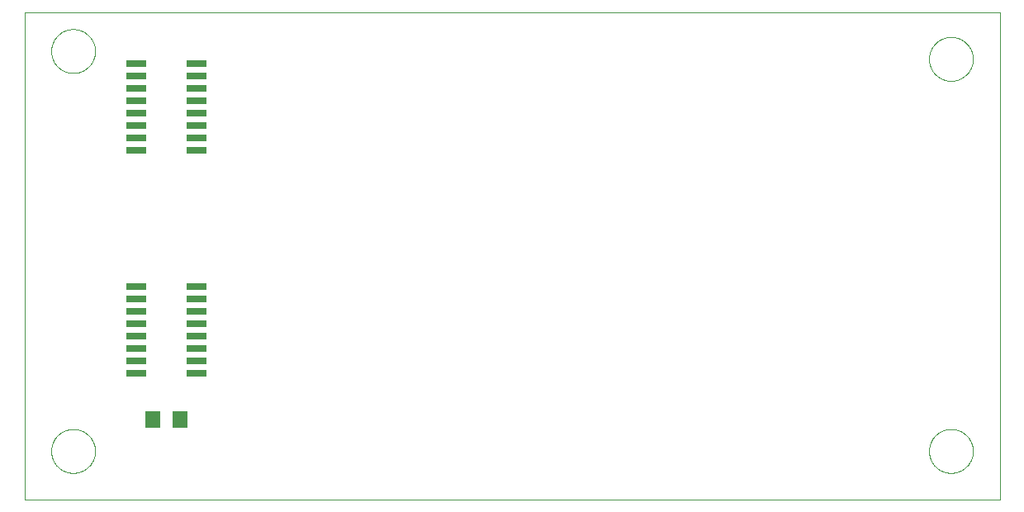
<source format=gbp>
G75*
%MOIN*%
%OFA0B0*%
%FSLAX25Y25*%
%IPPOS*%
%LPD*%
%AMOC8*
5,1,8,0,0,1.08239X$1,22.5*
%
%ADD10C,0.00000*%
%ADD11R,0.06299X0.07087*%
%ADD12R,0.08000X0.02600*%
D10*
X0001000Y0001000D02*
X0001000Y0197850D01*
X0394701Y0197850D01*
X0394701Y0001000D01*
X0001000Y0001000D01*
X0011827Y0020685D02*
X0011830Y0020902D01*
X0011838Y0021120D01*
X0011851Y0021337D01*
X0011870Y0021553D01*
X0011894Y0021769D01*
X0011923Y0021985D01*
X0011957Y0022199D01*
X0011997Y0022413D01*
X0012042Y0022626D01*
X0012092Y0022837D01*
X0012148Y0023048D01*
X0012208Y0023256D01*
X0012274Y0023464D01*
X0012345Y0023669D01*
X0012421Y0023873D01*
X0012501Y0024075D01*
X0012587Y0024275D01*
X0012677Y0024472D01*
X0012773Y0024668D01*
X0012873Y0024861D01*
X0012978Y0025051D01*
X0013087Y0025239D01*
X0013201Y0025424D01*
X0013320Y0025606D01*
X0013443Y0025786D01*
X0013570Y0025962D01*
X0013702Y0026135D01*
X0013838Y0026304D01*
X0013978Y0026471D01*
X0014122Y0026634D01*
X0014270Y0026793D01*
X0014421Y0026949D01*
X0014577Y0027100D01*
X0014736Y0027248D01*
X0014899Y0027392D01*
X0015066Y0027532D01*
X0015235Y0027668D01*
X0015408Y0027800D01*
X0015584Y0027927D01*
X0015764Y0028050D01*
X0015946Y0028169D01*
X0016131Y0028283D01*
X0016319Y0028392D01*
X0016509Y0028497D01*
X0016702Y0028597D01*
X0016898Y0028693D01*
X0017095Y0028783D01*
X0017295Y0028869D01*
X0017497Y0028949D01*
X0017701Y0029025D01*
X0017906Y0029096D01*
X0018114Y0029162D01*
X0018322Y0029222D01*
X0018533Y0029278D01*
X0018744Y0029328D01*
X0018957Y0029373D01*
X0019171Y0029413D01*
X0019385Y0029447D01*
X0019601Y0029476D01*
X0019817Y0029500D01*
X0020033Y0029519D01*
X0020250Y0029532D01*
X0020468Y0029540D01*
X0020685Y0029543D01*
X0020902Y0029540D01*
X0021120Y0029532D01*
X0021337Y0029519D01*
X0021553Y0029500D01*
X0021769Y0029476D01*
X0021985Y0029447D01*
X0022199Y0029413D01*
X0022413Y0029373D01*
X0022626Y0029328D01*
X0022837Y0029278D01*
X0023048Y0029222D01*
X0023256Y0029162D01*
X0023464Y0029096D01*
X0023669Y0029025D01*
X0023873Y0028949D01*
X0024075Y0028869D01*
X0024275Y0028783D01*
X0024472Y0028693D01*
X0024668Y0028597D01*
X0024861Y0028497D01*
X0025051Y0028392D01*
X0025239Y0028283D01*
X0025424Y0028169D01*
X0025606Y0028050D01*
X0025786Y0027927D01*
X0025962Y0027800D01*
X0026135Y0027668D01*
X0026304Y0027532D01*
X0026471Y0027392D01*
X0026634Y0027248D01*
X0026793Y0027100D01*
X0026949Y0026949D01*
X0027100Y0026793D01*
X0027248Y0026634D01*
X0027392Y0026471D01*
X0027532Y0026304D01*
X0027668Y0026135D01*
X0027800Y0025962D01*
X0027927Y0025786D01*
X0028050Y0025606D01*
X0028169Y0025424D01*
X0028283Y0025239D01*
X0028392Y0025051D01*
X0028497Y0024861D01*
X0028597Y0024668D01*
X0028693Y0024472D01*
X0028783Y0024275D01*
X0028869Y0024075D01*
X0028949Y0023873D01*
X0029025Y0023669D01*
X0029096Y0023464D01*
X0029162Y0023256D01*
X0029222Y0023048D01*
X0029278Y0022837D01*
X0029328Y0022626D01*
X0029373Y0022413D01*
X0029413Y0022199D01*
X0029447Y0021985D01*
X0029476Y0021769D01*
X0029500Y0021553D01*
X0029519Y0021337D01*
X0029532Y0021120D01*
X0029540Y0020902D01*
X0029543Y0020685D01*
X0029540Y0020468D01*
X0029532Y0020250D01*
X0029519Y0020033D01*
X0029500Y0019817D01*
X0029476Y0019601D01*
X0029447Y0019385D01*
X0029413Y0019171D01*
X0029373Y0018957D01*
X0029328Y0018744D01*
X0029278Y0018533D01*
X0029222Y0018322D01*
X0029162Y0018114D01*
X0029096Y0017906D01*
X0029025Y0017701D01*
X0028949Y0017497D01*
X0028869Y0017295D01*
X0028783Y0017095D01*
X0028693Y0016898D01*
X0028597Y0016702D01*
X0028497Y0016509D01*
X0028392Y0016319D01*
X0028283Y0016131D01*
X0028169Y0015946D01*
X0028050Y0015764D01*
X0027927Y0015584D01*
X0027800Y0015408D01*
X0027668Y0015235D01*
X0027532Y0015066D01*
X0027392Y0014899D01*
X0027248Y0014736D01*
X0027100Y0014577D01*
X0026949Y0014421D01*
X0026793Y0014270D01*
X0026634Y0014122D01*
X0026471Y0013978D01*
X0026304Y0013838D01*
X0026135Y0013702D01*
X0025962Y0013570D01*
X0025786Y0013443D01*
X0025606Y0013320D01*
X0025424Y0013201D01*
X0025239Y0013087D01*
X0025051Y0012978D01*
X0024861Y0012873D01*
X0024668Y0012773D01*
X0024472Y0012677D01*
X0024275Y0012587D01*
X0024075Y0012501D01*
X0023873Y0012421D01*
X0023669Y0012345D01*
X0023464Y0012274D01*
X0023256Y0012208D01*
X0023048Y0012148D01*
X0022837Y0012092D01*
X0022626Y0012042D01*
X0022413Y0011997D01*
X0022199Y0011957D01*
X0021985Y0011923D01*
X0021769Y0011894D01*
X0021553Y0011870D01*
X0021337Y0011851D01*
X0021120Y0011838D01*
X0020902Y0011830D01*
X0020685Y0011827D01*
X0020468Y0011830D01*
X0020250Y0011838D01*
X0020033Y0011851D01*
X0019817Y0011870D01*
X0019601Y0011894D01*
X0019385Y0011923D01*
X0019171Y0011957D01*
X0018957Y0011997D01*
X0018744Y0012042D01*
X0018533Y0012092D01*
X0018322Y0012148D01*
X0018114Y0012208D01*
X0017906Y0012274D01*
X0017701Y0012345D01*
X0017497Y0012421D01*
X0017295Y0012501D01*
X0017095Y0012587D01*
X0016898Y0012677D01*
X0016702Y0012773D01*
X0016509Y0012873D01*
X0016319Y0012978D01*
X0016131Y0013087D01*
X0015946Y0013201D01*
X0015764Y0013320D01*
X0015584Y0013443D01*
X0015408Y0013570D01*
X0015235Y0013702D01*
X0015066Y0013838D01*
X0014899Y0013978D01*
X0014736Y0014122D01*
X0014577Y0014270D01*
X0014421Y0014421D01*
X0014270Y0014577D01*
X0014122Y0014736D01*
X0013978Y0014899D01*
X0013838Y0015066D01*
X0013702Y0015235D01*
X0013570Y0015408D01*
X0013443Y0015584D01*
X0013320Y0015764D01*
X0013201Y0015946D01*
X0013087Y0016131D01*
X0012978Y0016319D01*
X0012873Y0016509D01*
X0012773Y0016702D01*
X0012677Y0016898D01*
X0012587Y0017095D01*
X0012501Y0017295D01*
X0012421Y0017497D01*
X0012345Y0017701D01*
X0012274Y0017906D01*
X0012208Y0018114D01*
X0012148Y0018322D01*
X0012092Y0018533D01*
X0012042Y0018744D01*
X0011997Y0018957D01*
X0011957Y0019171D01*
X0011923Y0019385D01*
X0011894Y0019601D01*
X0011870Y0019817D01*
X0011851Y0020033D01*
X0011838Y0020250D01*
X0011830Y0020468D01*
X0011827Y0020685D01*
X0011827Y0182102D02*
X0011830Y0182319D01*
X0011838Y0182537D01*
X0011851Y0182754D01*
X0011870Y0182970D01*
X0011894Y0183186D01*
X0011923Y0183402D01*
X0011957Y0183616D01*
X0011997Y0183830D01*
X0012042Y0184043D01*
X0012092Y0184254D01*
X0012148Y0184465D01*
X0012208Y0184673D01*
X0012274Y0184881D01*
X0012345Y0185086D01*
X0012421Y0185290D01*
X0012501Y0185492D01*
X0012587Y0185692D01*
X0012677Y0185889D01*
X0012773Y0186085D01*
X0012873Y0186278D01*
X0012978Y0186468D01*
X0013087Y0186656D01*
X0013201Y0186841D01*
X0013320Y0187023D01*
X0013443Y0187203D01*
X0013570Y0187379D01*
X0013702Y0187552D01*
X0013838Y0187721D01*
X0013978Y0187888D01*
X0014122Y0188051D01*
X0014270Y0188210D01*
X0014421Y0188366D01*
X0014577Y0188517D01*
X0014736Y0188665D01*
X0014899Y0188809D01*
X0015066Y0188949D01*
X0015235Y0189085D01*
X0015408Y0189217D01*
X0015584Y0189344D01*
X0015764Y0189467D01*
X0015946Y0189586D01*
X0016131Y0189700D01*
X0016319Y0189809D01*
X0016509Y0189914D01*
X0016702Y0190014D01*
X0016898Y0190110D01*
X0017095Y0190200D01*
X0017295Y0190286D01*
X0017497Y0190366D01*
X0017701Y0190442D01*
X0017906Y0190513D01*
X0018114Y0190579D01*
X0018322Y0190639D01*
X0018533Y0190695D01*
X0018744Y0190745D01*
X0018957Y0190790D01*
X0019171Y0190830D01*
X0019385Y0190864D01*
X0019601Y0190893D01*
X0019817Y0190917D01*
X0020033Y0190936D01*
X0020250Y0190949D01*
X0020468Y0190957D01*
X0020685Y0190960D01*
X0020902Y0190957D01*
X0021120Y0190949D01*
X0021337Y0190936D01*
X0021553Y0190917D01*
X0021769Y0190893D01*
X0021985Y0190864D01*
X0022199Y0190830D01*
X0022413Y0190790D01*
X0022626Y0190745D01*
X0022837Y0190695D01*
X0023048Y0190639D01*
X0023256Y0190579D01*
X0023464Y0190513D01*
X0023669Y0190442D01*
X0023873Y0190366D01*
X0024075Y0190286D01*
X0024275Y0190200D01*
X0024472Y0190110D01*
X0024668Y0190014D01*
X0024861Y0189914D01*
X0025051Y0189809D01*
X0025239Y0189700D01*
X0025424Y0189586D01*
X0025606Y0189467D01*
X0025786Y0189344D01*
X0025962Y0189217D01*
X0026135Y0189085D01*
X0026304Y0188949D01*
X0026471Y0188809D01*
X0026634Y0188665D01*
X0026793Y0188517D01*
X0026949Y0188366D01*
X0027100Y0188210D01*
X0027248Y0188051D01*
X0027392Y0187888D01*
X0027532Y0187721D01*
X0027668Y0187552D01*
X0027800Y0187379D01*
X0027927Y0187203D01*
X0028050Y0187023D01*
X0028169Y0186841D01*
X0028283Y0186656D01*
X0028392Y0186468D01*
X0028497Y0186278D01*
X0028597Y0186085D01*
X0028693Y0185889D01*
X0028783Y0185692D01*
X0028869Y0185492D01*
X0028949Y0185290D01*
X0029025Y0185086D01*
X0029096Y0184881D01*
X0029162Y0184673D01*
X0029222Y0184465D01*
X0029278Y0184254D01*
X0029328Y0184043D01*
X0029373Y0183830D01*
X0029413Y0183616D01*
X0029447Y0183402D01*
X0029476Y0183186D01*
X0029500Y0182970D01*
X0029519Y0182754D01*
X0029532Y0182537D01*
X0029540Y0182319D01*
X0029543Y0182102D01*
X0029540Y0181885D01*
X0029532Y0181667D01*
X0029519Y0181450D01*
X0029500Y0181234D01*
X0029476Y0181018D01*
X0029447Y0180802D01*
X0029413Y0180588D01*
X0029373Y0180374D01*
X0029328Y0180161D01*
X0029278Y0179950D01*
X0029222Y0179739D01*
X0029162Y0179531D01*
X0029096Y0179323D01*
X0029025Y0179118D01*
X0028949Y0178914D01*
X0028869Y0178712D01*
X0028783Y0178512D01*
X0028693Y0178315D01*
X0028597Y0178119D01*
X0028497Y0177926D01*
X0028392Y0177736D01*
X0028283Y0177548D01*
X0028169Y0177363D01*
X0028050Y0177181D01*
X0027927Y0177001D01*
X0027800Y0176825D01*
X0027668Y0176652D01*
X0027532Y0176483D01*
X0027392Y0176316D01*
X0027248Y0176153D01*
X0027100Y0175994D01*
X0026949Y0175838D01*
X0026793Y0175687D01*
X0026634Y0175539D01*
X0026471Y0175395D01*
X0026304Y0175255D01*
X0026135Y0175119D01*
X0025962Y0174987D01*
X0025786Y0174860D01*
X0025606Y0174737D01*
X0025424Y0174618D01*
X0025239Y0174504D01*
X0025051Y0174395D01*
X0024861Y0174290D01*
X0024668Y0174190D01*
X0024472Y0174094D01*
X0024275Y0174004D01*
X0024075Y0173918D01*
X0023873Y0173838D01*
X0023669Y0173762D01*
X0023464Y0173691D01*
X0023256Y0173625D01*
X0023048Y0173565D01*
X0022837Y0173509D01*
X0022626Y0173459D01*
X0022413Y0173414D01*
X0022199Y0173374D01*
X0021985Y0173340D01*
X0021769Y0173311D01*
X0021553Y0173287D01*
X0021337Y0173268D01*
X0021120Y0173255D01*
X0020902Y0173247D01*
X0020685Y0173244D01*
X0020468Y0173247D01*
X0020250Y0173255D01*
X0020033Y0173268D01*
X0019817Y0173287D01*
X0019601Y0173311D01*
X0019385Y0173340D01*
X0019171Y0173374D01*
X0018957Y0173414D01*
X0018744Y0173459D01*
X0018533Y0173509D01*
X0018322Y0173565D01*
X0018114Y0173625D01*
X0017906Y0173691D01*
X0017701Y0173762D01*
X0017497Y0173838D01*
X0017295Y0173918D01*
X0017095Y0174004D01*
X0016898Y0174094D01*
X0016702Y0174190D01*
X0016509Y0174290D01*
X0016319Y0174395D01*
X0016131Y0174504D01*
X0015946Y0174618D01*
X0015764Y0174737D01*
X0015584Y0174860D01*
X0015408Y0174987D01*
X0015235Y0175119D01*
X0015066Y0175255D01*
X0014899Y0175395D01*
X0014736Y0175539D01*
X0014577Y0175687D01*
X0014421Y0175838D01*
X0014270Y0175994D01*
X0014122Y0176153D01*
X0013978Y0176316D01*
X0013838Y0176483D01*
X0013702Y0176652D01*
X0013570Y0176825D01*
X0013443Y0177001D01*
X0013320Y0177181D01*
X0013201Y0177363D01*
X0013087Y0177548D01*
X0012978Y0177736D01*
X0012873Y0177926D01*
X0012773Y0178119D01*
X0012677Y0178315D01*
X0012587Y0178512D01*
X0012501Y0178712D01*
X0012421Y0178914D01*
X0012345Y0179118D01*
X0012274Y0179323D01*
X0012208Y0179531D01*
X0012148Y0179739D01*
X0012092Y0179950D01*
X0012042Y0180161D01*
X0011997Y0180374D01*
X0011957Y0180588D01*
X0011923Y0180802D01*
X0011894Y0181018D01*
X0011870Y0181234D01*
X0011851Y0181450D01*
X0011838Y0181667D01*
X0011830Y0181885D01*
X0011827Y0182102D01*
X0366158Y0178953D02*
X0366161Y0179170D01*
X0366169Y0179388D01*
X0366182Y0179605D01*
X0366201Y0179821D01*
X0366225Y0180037D01*
X0366254Y0180253D01*
X0366288Y0180467D01*
X0366328Y0180681D01*
X0366373Y0180894D01*
X0366423Y0181105D01*
X0366479Y0181316D01*
X0366539Y0181524D01*
X0366605Y0181732D01*
X0366676Y0181937D01*
X0366752Y0182141D01*
X0366832Y0182343D01*
X0366918Y0182543D01*
X0367008Y0182740D01*
X0367104Y0182936D01*
X0367204Y0183129D01*
X0367309Y0183319D01*
X0367418Y0183507D01*
X0367532Y0183692D01*
X0367651Y0183874D01*
X0367774Y0184054D01*
X0367901Y0184230D01*
X0368033Y0184403D01*
X0368169Y0184572D01*
X0368309Y0184739D01*
X0368453Y0184902D01*
X0368601Y0185061D01*
X0368752Y0185217D01*
X0368908Y0185368D01*
X0369067Y0185516D01*
X0369230Y0185660D01*
X0369397Y0185800D01*
X0369566Y0185936D01*
X0369739Y0186068D01*
X0369915Y0186195D01*
X0370095Y0186318D01*
X0370277Y0186437D01*
X0370462Y0186551D01*
X0370650Y0186660D01*
X0370840Y0186765D01*
X0371033Y0186865D01*
X0371229Y0186961D01*
X0371426Y0187051D01*
X0371626Y0187137D01*
X0371828Y0187217D01*
X0372032Y0187293D01*
X0372237Y0187364D01*
X0372445Y0187430D01*
X0372653Y0187490D01*
X0372864Y0187546D01*
X0373075Y0187596D01*
X0373288Y0187641D01*
X0373502Y0187681D01*
X0373716Y0187715D01*
X0373932Y0187744D01*
X0374148Y0187768D01*
X0374364Y0187787D01*
X0374581Y0187800D01*
X0374799Y0187808D01*
X0375016Y0187811D01*
X0375233Y0187808D01*
X0375451Y0187800D01*
X0375668Y0187787D01*
X0375884Y0187768D01*
X0376100Y0187744D01*
X0376316Y0187715D01*
X0376530Y0187681D01*
X0376744Y0187641D01*
X0376957Y0187596D01*
X0377168Y0187546D01*
X0377379Y0187490D01*
X0377587Y0187430D01*
X0377795Y0187364D01*
X0378000Y0187293D01*
X0378204Y0187217D01*
X0378406Y0187137D01*
X0378606Y0187051D01*
X0378803Y0186961D01*
X0378999Y0186865D01*
X0379192Y0186765D01*
X0379382Y0186660D01*
X0379570Y0186551D01*
X0379755Y0186437D01*
X0379937Y0186318D01*
X0380117Y0186195D01*
X0380293Y0186068D01*
X0380466Y0185936D01*
X0380635Y0185800D01*
X0380802Y0185660D01*
X0380965Y0185516D01*
X0381124Y0185368D01*
X0381280Y0185217D01*
X0381431Y0185061D01*
X0381579Y0184902D01*
X0381723Y0184739D01*
X0381863Y0184572D01*
X0381999Y0184403D01*
X0382131Y0184230D01*
X0382258Y0184054D01*
X0382381Y0183874D01*
X0382500Y0183692D01*
X0382614Y0183507D01*
X0382723Y0183319D01*
X0382828Y0183129D01*
X0382928Y0182936D01*
X0383024Y0182740D01*
X0383114Y0182543D01*
X0383200Y0182343D01*
X0383280Y0182141D01*
X0383356Y0181937D01*
X0383427Y0181732D01*
X0383493Y0181524D01*
X0383553Y0181316D01*
X0383609Y0181105D01*
X0383659Y0180894D01*
X0383704Y0180681D01*
X0383744Y0180467D01*
X0383778Y0180253D01*
X0383807Y0180037D01*
X0383831Y0179821D01*
X0383850Y0179605D01*
X0383863Y0179388D01*
X0383871Y0179170D01*
X0383874Y0178953D01*
X0383871Y0178736D01*
X0383863Y0178518D01*
X0383850Y0178301D01*
X0383831Y0178085D01*
X0383807Y0177869D01*
X0383778Y0177653D01*
X0383744Y0177439D01*
X0383704Y0177225D01*
X0383659Y0177012D01*
X0383609Y0176801D01*
X0383553Y0176590D01*
X0383493Y0176382D01*
X0383427Y0176174D01*
X0383356Y0175969D01*
X0383280Y0175765D01*
X0383200Y0175563D01*
X0383114Y0175363D01*
X0383024Y0175166D01*
X0382928Y0174970D01*
X0382828Y0174777D01*
X0382723Y0174587D01*
X0382614Y0174399D01*
X0382500Y0174214D01*
X0382381Y0174032D01*
X0382258Y0173852D01*
X0382131Y0173676D01*
X0381999Y0173503D01*
X0381863Y0173334D01*
X0381723Y0173167D01*
X0381579Y0173004D01*
X0381431Y0172845D01*
X0381280Y0172689D01*
X0381124Y0172538D01*
X0380965Y0172390D01*
X0380802Y0172246D01*
X0380635Y0172106D01*
X0380466Y0171970D01*
X0380293Y0171838D01*
X0380117Y0171711D01*
X0379937Y0171588D01*
X0379755Y0171469D01*
X0379570Y0171355D01*
X0379382Y0171246D01*
X0379192Y0171141D01*
X0378999Y0171041D01*
X0378803Y0170945D01*
X0378606Y0170855D01*
X0378406Y0170769D01*
X0378204Y0170689D01*
X0378000Y0170613D01*
X0377795Y0170542D01*
X0377587Y0170476D01*
X0377379Y0170416D01*
X0377168Y0170360D01*
X0376957Y0170310D01*
X0376744Y0170265D01*
X0376530Y0170225D01*
X0376316Y0170191D01*
X0376100Y0170162D01*
X0375884Y0170138D01*
X0375668Y0170119D01*
X0375451Y0170106D01*
X0375233Y0170098D01*
X0375016Y0170095D01*
X0374799Y0170098D01*
X0374581Y0170106D01*
X0374364Y0170119D01*
X0374148Y0170138D01*
X0373932Y0170162D01*
X0373716Y0170191D01*
X0373502Y0170225D01*
X0373288Y0170265D01*
X0373075Y0170310D01*
X0372864Y0170360D01*
X0372653Y0170416D01*
X0372445Y0170476D01*
X0372237Y0170542D01*
X0372032Y0170613D01*
X0371828Y0170689D01*
X0371626Y0170769D01*
X0371426Y0170855D01*
X0371229Y0170945D01*
X0371033Y0171041D01*
X0370840Y0171141D01*
X0370650Y0171246D01*
X0370462Y0171355D01*
X0370277Y0171469D01*
X0370095Y0171588D01*
X0369915Y0171711D01*
X0369739Y0171838D01*
X0369566Y0171970D01*
X0369397Y0172106D01*
X0369230Y0172246D01*
X0369067Y0172390D01*
X0368908Y0172538D01*
X0368752Y0172689D01*
X0368601Y0172845D01*
X0368453Y0173004D01*
X0368309Y0173167D01*
X0368169Y0173334D01*
X0368033Y0173503D01*
X0367901Y0173676D01*
X0367774Y0173852D01*
X0367651Y0174032D01*
X0367532Y0174214D01*
X0367418Y0174399D01*
X0367309Y0174587D01*
X0367204Y0174777D01*
X0367104Y0174970D01*
X0367008Y0175166D01*
X0366918Y0175363D01*
X0366832Y0175563D01*
X0366752Y0175765D01*
X0366676Y0175969D01*
X0366605Y0176174D01*
X0366539Y0176382D01*
X0366479Y0176590D01*
X0366423Y0176801D01*
X0366373Y0177012D01*
X0366328Y0177225D01*
X0366288Y0177439D01*
X0366254Y0177653D01*
X0366225Y0177869D01*
X0366201Y0178085D01*
X0366182Y0178301D01*
X0366169Y0178518D01*
X0366161Y0178736D01*
X0366158Y0178953D01*
X0366158Y0020685D02*
X0366161Y0020902D01*
X0366169Y0021120D01*
X0366182Y0021337D01*
X0366201Y0021553D01*
X0366225Y0021769D01*
X0366254Y0021985D01*
X0366288Y0022199D01*
X0366328Y0022413D01*
X0366373Y0022626D01*
X0366423Y0022837D01*
X0366479Y0023048D01*
X0366539Y0023256D01*
X0366605Y0023464D01*
X0366676Y0023669D01*
X0366752Y0023873D01*
X0366832Y0024075D01*
X0366918Y0024275D01*
X0367008Y0024472D01*
X0367104Y0024668D01*
X0367204Y0024861D01*
X0367309Y0025051D01*
X0367418Y0025239D01*
X0367532Y0025424D01*
X0367651Y0025606D01*
X0367774Y0025786D01*
X0367901Y0025962D01*
X0368033Y0026135D01*
X0368169Y0026304D01*
X0368309Y0026471D01*
X0368453Y0026634D01*
X0368601Y0026793D01*
X0368752Y0026949D01*
X0368908Y0027100D01*
X0369067Y0027248D01*
X0369230Y0027392D01*
X0369397Y0027532D01*
X0369566Y0027668D01*
X0369739Y0027800D01*
X0369915Y0027927D01*
X0370095Y0028050D01*
X0370277Y0028169D01*
X0370462Y0028283D01*
X0370650Y0028392D01*
X0370840Y0028497D01*
X0371033Y0028597D01*
X0371229Y0028693D01*
X0371426Y0028783D01*
X0371626Y0028869D01*
X0371828Y0028949D01*
X0372032Y0029025D01*
X0372237Y0029096D01*
X0372445Y0029162D01*
X0372653Y0029222D01*
X0372864Y0029278D01*
X0373075Y0029328D01*
X0373288Y0029373D01*
X0373502Y0029413D01*
X0373716Y0029447D01*
X0373932Y0029476D01*
X0374148Y0029500D01*
X0374364Y0029519D01*
X0374581Y0029532D01*
X0374799Y0029540D01*
X0375016Y0029543D01*
X0375233Y0029540D01*
X0375451Y0029532D01*
X0375668Y0029519D01*
X0375884Y0029500D01*
X0376100Y0029476D01*
X0376316Y0029447D01*
X0376530Y0029413D01*
X0376744Y0029373D01*
X0376957Y0029328D01*
X0377168Y0029278D01*
X0377379Y0029222D01*
X0377587Y0029162D01*
X0377795Y0029096D01*
X0378000Y0029025D01*
X0378204Y0028949D01*
X0378406Y0028869D01*
X0378606Y0028783D01*
X0378803Y0028693D01*
X0378999Y0028597D01*
X0379192Y0028497D01*
X0379382Y0028392D01*
X0379570Y0028283D01*
X0379755Y0028169D01*
X0379937Y0028050D01*
X0380117Y0027927D01*
X0380293Y0027800D01*
X0380466Y0027668D01*
X0380635Y0027532D01*
X0380802Y0027392D01*
X0380965Y0027248D01*
X0381124Y0027100D01*
X0381280Y0026949D01*
X0381431Y0026793D01*
X0381579Y0026634D01*
X0381723Y0026471D01*
X0381863Y0026304D01*
X0381999Y0026135D01*
X0382131Y0025962D01*
X0382258Y0025786D01*
X0382381Y0025606D01*
X0382500Y0025424D01*
X0382614Y0025239D01*
X0382723Y0025051D01*
X0382828Y0024861D01*
X0382928Y0024668D01*
X0383024Y0024472D01*
X0383114Y0024275D01*
X0383200Y0024075D01*
X0383280Y0023873D01*
X0383356Y0023669D01*
X0383427Y0023464D01*
X0383493Y0023256D01*
X0383553Y0023048D01*
X0383609Y0022837D01*
X0383659Y0022626D01*
X0383704Y0022413D01*
X0383744Y0022199D01*
X0383778Y0021985D01*
X0383807Y0021769D01*
X0383831Y0021553D01*
X0383850Y0021337D01*
X0383863Y0021120D01*
X0383871Y0020902D01*
X0383874Y0020685D01*
X0383871Y0020468D01*
X0383863Y0020250D01*
X0383850Y0020033D01*
X0383831Y0019817D01*
X0383807Y0019601D01*
X0383778Y0019385D01*
X0383744Y0019171D01*
X0383704Y0018957D01*
X0383659Y0018744D01*
X0383609Y0018533D01*
X0383553Y0018322D01*
X0383493Y0018114D01*
X0383427Y0017906D01*
X0383356Y0017701D01*
X0383280Y0017497D01*
X0383200Y0017295D01*
X0383114Y0017095D01*
X0383024Y0016898D01*
X0382928Y0016702D01*
X0382828Y0016509D01*
X0382723Y0016319D01*
X0382614Y0016131D01*
X0382500Y0015946D01*
X0382381Y0015764D01*
X0382258Y0015584D01*
X0382131Y0015408D01*
X0381999Y0015235D01*
X0381863Y0015066D01*
X0381723Y0014899D01*
X0381579Y0014736D01*
X0381431Y0014577D01*
X0381280Y0014421D01*
X0381124Y0014270D01*
X0380965Y0014122D01*
X0380802Y0013978D01*
X0380635Y0013838D01*
X0380466Y0013702D01*
X0380293Y0013570D01*
X0380117Y0013443D01*
X0379937Y0013320D01*
X0379755Y0013201D01*
X0379570Y0013087D01*
X0379382Y0012978D01*
X0379192Y0012873D01*
X0378999Y0012773D01*
X0378803Y0012677D01*
X0378606Y0012587D01*
X0378406Y0012501D01*
X0378204Y0012421D01*
X0378000Y0012345D01*
X0377795Y0012274D01*
X0377587Y0012208D01*
X0377379Y0012148D01*
X0377168Y0012092D01*
X0376957Y0012042D01*
X0376744Y0011997D01*
X0376530Y0011957D01*
X0376316Y0011923D01*
X0376100Y0011894D01*
X0375884Y0011870D01*
X0375668Y0011851D01*
X0375451Y0011838D01*
X0375233Y0011830D01*
X0375016Y0011827D01*
X0374799Y0011830D01*
X0374581Y0011838D01*
X0374364Y0011851D01*
X0374148Y0011870D01*
X0373932Y0011894D01*
X0373716Y0011923D01*
X0373502Y0011957D01*
X0373288Y0011997D01*
X0373075Y0012042D01*
X0372864Y0012092D01*
X0372653Y0012148D01*
X0372445Y0012208D01*
X0372237Y0012274D01*
X0372032Y0012345D01*
X0371828Y0012421D01*
X0371626Y0012501D01*
X0371426Y0012587D01*
X0371229Y0012677D01*
X0371033Y0012773D01*
X0370840Y0012873D01*
X0370650Y0012978D01*
X0370462Y0013087D01*
X0370277Y0013201D01*
X0370095Y0013320D01*
X0369915Y0013443D01*
X0369739Y0013570D01*
X0369566Y0013702D01*
X0369397Y0013838D01*
X0369230Y0013978D01*
X0369067Y0014122D01*
X0368908Y0014270D01*
X0368752Y0014421D01*
X0368601Y0014577D01*
X0368453Y0014736D01*
X0368309Y0014899D01*
X0368169Y0015066D01*
X0368033Y0015235D01*
X0367901Y0015408D01*
X0367774Y0015584D01*
X0367651Y0015764D01*
X0367532Y0015946D01*
X0367418Y0016131D01*
X0367309Y0016319D01*
X0367204Y0016509D01*
X0367104Y0016702D01*
X0367008Y0016898D01*
X0366918Y0017095D01*
X0366832Y0017295D01*
X0366752Y0017497D01*
X0366676Y0017701D01*
X0366605Y0017906D01*
X0366539Y0018114D01*
X0366479Y0018322D01*
X0366423Y0018533D01*
X0366373Y0018744D01*
X0366328Y0018957D01*
X0366288Y0019171D01*
X0366254Y0019385D01*
X0366225Y0019601D01*
X0366201Y0019817D01*
X0366182Y0020033D01*
X0366169Y0020250D01*
X0366161Y0020468D01*
X0366158Y0020685D01*
D11*
X0063913Y0033362D03*
X0052890Y0033362D03*
D12*
X0046302Y0052161D03*
X0046302Y0057161D03*
X0046302Y0062161D03*
X0046302Y0067161D03*
X0046302Y0072161D03*
X0046302Y0077161D03*
X0046302Y0082161D03*
X0046302Y0087161D03*
X0070502Y0087161D03*
X0070502Y0082161D03*
X0070502Y0077161D03*
X0070502Y0072161D03*
X0070502Y0067161D03*
X0070502Y0062161D03*
X0070502Y0057161D03*
X0070502Y0052161D03*
X0070502Y0141965D03*
X0070502Y0146965D03*
X0070502Y0151965D03*
X0070502Y0156965D03*
X0070502Y0161965D03*
X0070502Y0166965D03*
X0070502Y0171965D03*
X0070502Y0176965D03*
X0046302Y0176965D03*
X0046302Y0171965D03*
X0046302Y0166965D03*
X0046302Y0161965D03*
X0046302Y0156965D03*
X0046302Y0151965D03*
X0046302Y0146965D03*
X0046302Y0141965D03*
M02*

</source>
